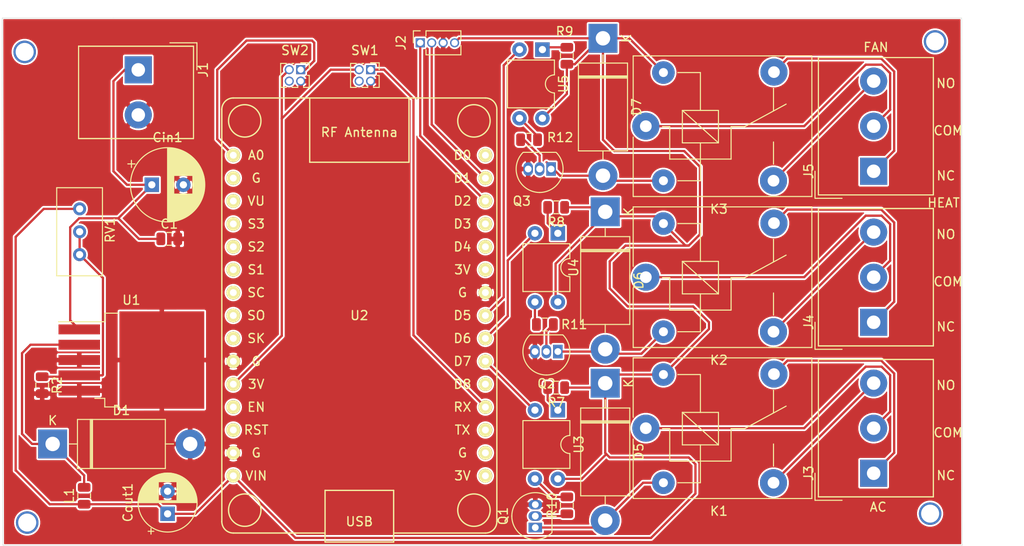
<source format=kicad_pcb>
(kicad_pcb (version 20171130) (host pcbnew "(5.1.6)-1")
  (layers (0 F.Cu signal) (31 B.Cu signal) (34 B.Paste user) (35 F.Paste user) (36 B.SilkS user) (37 F.SilkS user) (38 B.Mask user) (39 F.Mask user) (44 Edge.Cuts user))
  (net 0 "")
  (net 1 VIN_WIRE)
  (net 2 GND)
  (net 3 VCC)
  (net 4 "Net-(D1-Pad1)")
  (net 5 relay_ac)
  (net 6 relay_heat)
  (net 7 relay_fan)
  (net 8 "Net-(D5-Pad2)")
  (net 9 "Net-(D6-Pad2)")
  (net 10 "Net-(D7-Pad2)")
  (net 11 SCL)
  (net 12 SDA)
  (net 13 "Net-(J3-Pad1)")
  (net 14 "Net-(J3-Pad2)")
  (net 15 "Net-(J3-Pad3)")
  (net 16 "Net-(J4-Pad3)")
  (net 17 "Net-(J4-Pad2)")
  (net 18 "Net-(J4-Pad1)")
  (net 19 "Net-(J5-Pad1)")
  (net 20 "Net-(J5-Pad2)")
  (net 21 "Net-(J5-Pad3)")
  (net 22 "Net-(Q1-Pad2)")
  (net 23 "Net-(Q2-Pad2)")
  (net 24 "Net-(Q3-Pad2)")
  (net 25 "Net-(R2-Pad1)")
  (net 26 "Net-(R7-Pad2)")
  (net 27 "Net-(R8-Pad2)")
  (net 28 "Net-(R9-Pad2)")
  (net 29 "Net-(R10-Pad2)")
  (net 30 "Net-(R11-Pad2)")
  (net 31 "Net-(R12-Pad2)")
  (net 32 "Net-(U2-Pad2)")
  (net 33 "Net-(U2-Pad16)")
  (net 34 "Net-(U2-Pad17)")
  (net 35 "Net-(U2-Pad18)")
  (net 36 "Net-(U2-Pad20)")
  (net 37 "Net-(U2-Pad30)")
  (net 38 "Net-(U2-Pad27)")
  (net 39 "Net-(U2-Pad26)")
  (net 40 "Net-(U2-Pad25)")
  (net 41 "Net-(U2-Pad13)")
  (net 42 "Net-(U2-Pad12)")
  (net 43 "Net-(U2-Pad9)")
  (net 44 "Net-(U2-Pad8)")
  (net 45 "Net-(U2-Pad7)")
  (net 46 "Net-(U2-Pad6)")
  (net 47 "Net-(U2-Pad5)")
  (net 48 "Net-(U2-Pad4)")
  (net 49 "Net-(U2-Pad3)")
  (net 50 CHNGE_BUTTON)
  (net 51 SEL_BUTTON)
  (net 52 "Net-(SW1-Pad4)")
  (net 53 +3V3)
  (net 54 "Net-(SW2-Pad4)")
  (module "ESP8266:NodeMCU1.0(12-E)" (layer F.Cu) (at 159.5 72)
    (fp_text reference U2 (at 0 0) (layer F.SilkS))
    (fp_text value "NodeMCU_1.0_(ESP-12E)")
    (fp_text user D0 (at 11.43 -17.78) (layer F.SilkS))
    (fp_text user D1 (at 11.43 -15.24) (layer F.SilkS))
    (fp_text user D2 (at 11.43 -12.7) (layer F.SilkS))
    (fp_text user D3 (at 11.43 -10.16) (layer F.SilkS))
    (fp_text user D4 (at 11.43 -7.62) (layer F.SilkS))
    (fp_text user 3V (at 11.43 -5.08) (layer F.SilkS))
    (fp_text user G (at 11.43 -2.54) (layer F.SilkS))
    (fp_text user D5 (at 11.43 0) (layer F.SilkS))
    (fp_text user D6 (at 11.43 2.54) (layer F.SilkS))
    (fp_text user D7 (at 11.43 5.08) (layer F.SilkS))
    (fp_text user D8 (at 11.43 7.62) (layer F.SilkS))
    (fp_text user RX (at 11.43 10.16) (layer F.SilkS))
    (fp_text user TX (at 11.43 12.7) (layer F.SilkS))
    (fp_text user G (at 11.43 15.24) (layer F.SilkS))
    (fp_text user 3V (at 11.43 17.78) (layer F.SilkS))
    (fp_text user A0 (at -11.43 -17.78) (layer F.SilkS))
    (fp_text user G (at -11.43 -15.24) (layer F.SilkS))
    (fp_text user VU (at -11.43 -12.7) (layer F.SilkS))
    (fp_text user S3 (at -11.43 -10.16) (layer F.SilkS))
    (fp_text user S2 (at -11.43 -7.62) (layer F.SilkS))
    (fp_text user S1 (at -11.43 -5.08) (layer F.SilkS))
    (fp_text user SC (at -11.43 -2.54) (layer F.SilkS))
    (fp_text user SO (at -11.43 0) (layer F.SilkS))
    (fp_text user SK (at -11.43 2.54) (layer F.SilkS))
    (fp_text user G (at -11.43 5.08) (layer F.SilkS))
    (fp_text user 3V (at -11.43 7.62) (layer F.SilkS))
    (fp_text user EN (at -11.43 10.16) (layer F.SilkS))
    (fp_text user RST (at -11.43 12.7) (layer F.SilkS))
    (fp_text user G (at -11.43 15.24) (layer F.SilkS))
    (fp_text user VIN (at -11.43 17.78) (layer F.SilkS))
    (fp_text user "RF Antenna" (at 0 -20.32) (layer F.SilkS))
    (fp_text user USB (at 0 22.86) (layer F.SilkS))
    (pad 30 thru_hole circle (at 13.97 -17.78) (size 1.524 1.524) (drill 0.762) (layers *.Cu *.Mask F.SilkS) (net 37 "Net-(U2-Pad30)"))
    (pad 29 thru_hole circle (at 13.97 -15.24) (size 1.524 1.524) (drill 0.762) (layers *.Cu *.Mask F.SilkS) (net 11 SCL))
    (pad 28 thru_hole circle (at 13.97 -12.7) (size 1.524 1.524) (drill 0.762) (layers *.Cu *.Mask F.SilkS) (net 12 SDA))
    (pad 27 thru_hole circle (at 13.97 -10.16) (size 1.524 1.524) (drill 0.762) (layers *.Cu *.Mask F.SilkS) (net 38 "Net-(U2-Pad27)"))
    (pad 26 thru_hole circle (at 13.97 -7.62) (size 1.524 1.524) (drill 0.762) (layers *.Cu *.Mask F.SilkS) (net 39 "Net-(U2-Pad26)"))
    (pad 25 thru_hole circle (at 13.97 -5.08) (size 1.524 1.524) (drill 0.762) (layers *.Cu *.Mask F.SilkS) (net 40 "Net-(U2-Pad25)"))
    (pad 24 thru_hole circle (at 13.97 -2.54) (size 1.524 1.524) (drill 0.762) (layers *.Cu *.Mask F.SilkS) (net 2 GND))
    (pad 23 thru_hole circle (at 13.97 0) (size 1.524 1.524) (drill 0.762) (layers *.Cu *.Mask F.SilkS) (net 7 relay_fan))
    (pad 22 thru_hole circle (at 13.97 2.54) (size 1.524 1.524) (drill 0.762) (layers *.Cu *.Mask F.SilkS) (net 6 relay_heat))
    (pad 21 thru_hole circle (at 13.97 5.08) (size 1.524 1.524) (drill 0.762) (layers *.Cu *.Mask F.SilkS) (net 5 relay_ac))
    (pad 20 thru_hole circle (at 13.97 7.62) (size 1.524 1.524) (drill 0.762) (layers *.Cu *.Mask F.SilkS) (net 36 "Net-(U2-Pad20)"))
    (pad 19 thru_hole circle (at 13.97 10.16) (size 1.524 1.524) (drill 0.762) (layers *.Cu *.Mask F.SilkS) (net 51 SEL_BUTTON))
    (pad 18 thru_hole circle (at 13.97 12.7) (size 1.524 1.524) (drill 0.762) (layers *.Cu *.Mask F.SilkS) (net 35 "Net-(U2-Pad18)"))
    (pad 17 thru_hole circle (at 13.97 15.24) (size 1.524 1.524) (drill 0.762) (layers *.Cu *.Mask F.SilkS) (net 34 "Net-(U2-Pad17)"))
    (pad 16 thru_hole circle (at 13.97 17.78) (size 1.524 1.524) (drill 0.762) (layers *.Cu *.Mask F.SilkS) (net 33 "Net-(U2-Pad16)"))
    (pad 15 thru_hole circle (at -13.97 17.78) (size 1.524 1.524) (drill 0.762) (layers *.Cu *.Mask F.SilkS) (net 3 VCC))
    (pad 14 thru_hole circle (at -13.97 15.24) (size 1.524 1.524) (drill 0.762) (layers *.Cu *.Mask F.SilkS) (net 2 GND))
    (pad 13 thru_hole circle (at -13.97 12.7) (size 1.524 1.524) (drill 0.762) (layers *.Cu *.Mask F.SilkS) (net 41 "Net-(U2-Pad13)"))
    (pad 12 thru_hole circle (at -13.97 10.16) (size 1.524 1.524) (drill 0.762) (layers *.Cu *.Mask F.SilkS) (net 42 "Net-(U2-Pad12)"))
    (pad 11 thru_hole circle (at -13.97 7.62) (size 1.524 1.524) (drill 0.762) (layers *.Cu *.Mask F.SilkS) (net 53 +3V3))
    (pad 10 thru_hole circle (at -13.97 5.08) (size 1.524 1.524) (drill 0.762) (layers *.Cu *.Mask F.SilkS) (net 2 GND))
    (pad 9 thru_hole circle (at -13.97 2.54) (size 1.524 1.524) (drill 0.762) (layers *.Cu *.Mask F.SilkS) (net 43 "Net-(U2-Pad9)"))
    (pad 8 thru_hole circle (at -13.97 0) (size 1.524 1.524) (drill 0.762) (layers *.Cu *.Mask F.SilkS) (net 44 "Net-(U2-Pad8)"))
    (pad 7 thru_hole circle (at -13.97 -2.54) (size 1.524 1.524) (drill 0.762) (layers *.Cu *.Mask F.SilkS) (net 45 "Net-(U2-Pad7)"))
    (pad 6 thru_hole circle (at -13.97 -5.08) (size 1.524 1.524) (drill 0.762) (layers *.Cu *.Mask F.SilkS) (net 46 "Net-(U2-Pad6)"))
    (pad 5 thru_hole circle (at -13.97 -7.62) (size 1.524 1.524) (drill 0.762) (layers *.Cu *.Mask F.SilkS) (net 47 "Net-(U2-Pad5)"))
    (pad 4 thru_hole circle (at -13.97 -10.16) (size 1.524 1.524) (drill 0.762) (layers *.Cu *.Mask F.SilkS) (net 48 "Net-(U2-Pad4)"))
    (pad 3 thru_hole circle (at -13.97 -12.7) (size 1.524 1.524) (drill 0.762) (layers *.Cu *.Mask F.SilkS) (net 49 "Net-(U2-Pad3)"))
    (pad 2 thru_hole circle (at -13.97 -15.24) (size 1.524 1.524) (drill 0.762) (layers *.Cu *.Mask F.SilkS) (net 32 "Net-(U2-Pad2)"))
    (pad 1 thru_hole circle (at -13.97 -17.78) (size 1.524 1.524) (drill 0.762) (layers *.Cu *.Mask F.SilkS) (net 50 CHNGE_BUTTON))
  )
  (module Connector_PinSocket_1.27mm:PinSocket_1x04_P1.27mm_Vertical (layer F.Cu) (at 166.25 41.75 90)
    (fp_text reference J2 (at 0 -2.135 90) (layer F.SilkS))
    (fp_text value Conn_01x04)
    (pad 4 thru_hole oval (at 0 3.81 90) (size 1 1) (drill 0.7) (layers *.Cu *.Mask) (net 3 VCC))
    (pad 3 thru_hole oval (at 0 2.54 90) (size 1 1) (drill 0.7) (layers *.Cu *.Mask) (net 2 GND))
    (pad 2 thru_hole oval (at 0 1.27 90) (size 1 1) (drill 0.7) (layers *.Cu *.Mask) (net 11 SCL))
    (pad 1 thru_hole rect (at 0 0 90) (size 1 1) (drill 0.7) (layers *.Cu *.Mask) (net 12 SDA))
  )
  (module Package_TO_SOT_SMD:TO-263-5_TabPin3 (layer F.Cu) (at 134.235 76.942)
    (fp_text reference U1 (at 0 -6.65) (layer F.SilkS))
    (fp_text value LM2596S-ADJ)
    (pad 1 smd rect (at -5.775 -3.4) (size 4.6 1.1) (layers F.Cu F.Paste F.Mask) (net 1 VIN_WIRE))
    (pad 2 smd rect (at -5.775 -1.7) (size 4.6 1.1) (layers F.Cu F.Paste F.Mask) (net 4 "Net-(D1-Pad1)"))
    (pad 3 smd rect (at -5.775 0) (size 4.6 1.1) (layers F.Cu F.Paste F.Mask) (net 2 GND))
    (pad 4 smd rect (at -5.775 1.7) (size 4.6 1.1) (layers F.Cu F.Paste F.Mask) (net 25 "Net-(R2-Pad1)"))
    (pad 5 smd rect (at -5.775 3.4) (size 4.6 1.1) (layers F.Cu F.Paste F.Mask) (net 2 GND))
    (pad 3 smd rect (at 3.375 0) (size 9.4 10.8) (layers F.Cu F.Mask) (net 2 GND))
  )
  (module TerminalBlock_Altech:Altech_AK300_1x02_P5.00mm_45-Degree (layer F.Cu) (at 135 44.75 270)
    (fp_text reference J1 (at 0 -7.2 90) (layer F.SilkS))
    (fp_text value Screw_Terminal_01x02)
    (pad 1 thru_hole rect (at 0 0 270) (size 3 3) (drill 1.5) (layers *.Cu *.Mask) (net 1 VIN_WIRE))
    (pad 2 thru_hole circle (at 5 0 270) (size 3 3) (drill 1.5) (layers *.Cu *.Mask) (net 2 GND))
  )
  (module Capacitor_SMD:C_0805_2012Metric (layer F.Cu) (at 138.4375 63.5)
    (fp_text reference C1 (at 0 -1.65) (layer F.SilkS))
    (fp_text value 100n)
    (pad 1 smd roundrect (at -0.9375 0) (size 0.975 1.4) (layers F.Cu F.Paste F.Mask) (net 1 VIN_WIRE))
    (pad 2 smd roundrect (at 0.9375 0) (size 0.975 1.4) (layers F.Cu F.Paste F.Mask) (net 2 GND))
  )
  (module Diode_THT:D_DO-201AD_P15.24mm_Horizontal (layer F.Cu) (at 125.51 86.25)
    (fp_text reference D1 (at 7.62 -3.72) (layer F.SilkS))
    (fp_text value 1N5822)
    (fp_text user K (at 0 -2.6) (layer F.SilkS))
    (pad 2 thru_hole oval (at 15.24 0) (size 3.2 3.2) (drill 1.6) (layers *.Cu *.Mask) (net 2 GND))
    (pad 1 thru_hole rect (at 0 0) (size 3.2 3.2) (drill 1.6) (layers *.Cu *.Mask) (net 4 "Net-(D1-Pad1)"))
  )
  (module Diode_THT:D_DO-201AD_P15.24mm_Horizontal (layer F.Cu) (at 186.75 79.51 270)
    (fp_text reference D5 (at 7.62 -3.72 90) (layer F.SilkS))
    (fp_text value 1N5822)
    (fp_text user K (at 0 -2.6 90) (layer F.SilkS))
    (pad 2 thru_hole oval (at 15.24 0 270) (size 3.2 3.2) (drill 1.6) (layers *.Cu *.Mask) (net 8 "Net-(D5-Pad2)"))
    (pad 1 thru_hole rect (at 0 0 270) (size 3.2 3.2) (drill 1.6) (layers *.Cu *.Mask) (net 3 VCC))
  )
  (module Diode_THT:D_DO-201AD_P15.24mm_Horizontal (layer F.Cu) (at 186.75 60.5 270)
    (fp_text reference D6 (at 7.62 -3.72 90) (layer F.SilkS))
    (fp_text value 1N5822)
    (fp_text user K (at 0 -2.6 90) (layer F.SilkS))
    (pad 2 thru_hole oval (at 15.24 0 270) (size 3.2 3.2) (drill 1.6) (layers *.Cu *.Mask) (net 9 "Net-(D6-Pad2)"))
    (pad 1 thru_hole rect (at 0 0 270) (size 3.2 3.2) (drill 1.6) (layers *.Cu *.Mask) (net 3 VCC))
  )
  (module Diode_THT:D_DO-201AD_P15.24mm_Horizontal (layer F.Cu) (at 186.5 41.25 270)
    (fp_text reference D7 (at 7.62 -3.72 90) (layer F.SilkS))
    (fp_text value 1N5822)
    (fp_text user K (at 0 -2.6 90) (layer F.SilkS))
    (pad 1 thru_hole rect (at 0 0 270) (size 3.2 3.2) (drill 1.6) (layers *.Cu *.Mask) (net 3 VCC))
    (pad 2 thru_hole oval (at 15.24 0 270) (size 3.2 3.2) (drill 1.6) (layers *.Cu *.Mask) (net 10 "Net-(D7-Pad2)"))
  )
  (module TerminalBlock_Altech:Altech_AK300_1x03_P5.00mm_45-Degree (layer F.Cu) (at 216.5 89.5 90)
    (fp_text reference J3 (at 0 -7.2 90) (layer F.SilkS))
    (fp_text value Screw_Terminal_01x03)
    (pad 1 thru_hole rect (at 0 0 90) (size 3 3) (drill 1.5) (layers *.Cu *.Mask) (net 13 "Net-(J3-Pad1)"))
    (pad 2 thru_hole circle (at 5 0 90) (size 3 3) (drill 1.5) (layers *.Cu *.Mask) (net 14 "Net-(J3-Pad2)"))
    (pad 3 thru_hole circle (at 10 0 90) (size 3 3) (drill 1.5) (layers *.Cu *.Mask) (net 15 "Net-(J3-Pad3)"))
  )
  (module TerminalBlock_Altech:Altech_AK300_1x03_P5.00mm_45-Degree (layer F.Cu) (at 216.5 72.75 90)
    (fp_text reference J4 (at 0 -7.2 90) (layer F.SilkS))
    (fp_text value Screw_Terminal_01x03)
    (pad 1 thru_hole rect (at 0 0 90) (size 3 3) (drill 1.5) (layers *.Cu *.Mask) (net 18 "Net-(J4-Pad1)"))
    (pad 2 thru_hole circle (at 5 0 90) (size 3 3) (drill 1.5) (layers *.Cu *.Mask) (net 17 "Net-(J4-Pad2)"))
    (pad 3 thru_hole circle (at 10 0 90) (size 3 3) (drill 1.5) (layers *.Cu *.Mask) (net 16 "Net-(J4-Pad3)"))
  )
  (module TerminalBlock_Altech:Altech_AK300_1x03_P5.00mm_45-Degree (layer F.Cu) (at 216.5 56 90)
    (fp_text reference J5 (at 0 -7.2 90) (layer F.SilkS))
    (fp_text value Screw_Terminal_01x03)
    (pad 1 thru_hole rect (at 0 0 90) (size 3 3) (drill 1.5) (layers *.Cu *.Mask) (net 19 "Net-(J5-Pad1)"))
    (pad 2 thru_hole circle (at 5 0 90) (size 3 3) (drill 1.5) (layers *.Cu *.Mask) (net 20 "Net-(J5-Pad2)"))
    (pad 3 thru_hole circle (at 10 0 90) (size 3 3) (drill 1.5) (layers *.Cu *.Mask) (net 21 "Net-(J5-Pad3)"))
  )
  (module Relay_THT:Relay_SPDT_SANYOU_SRD_Series_Form_C (layer F.Cu) (at 191.25 84.5)
    (fp_text reference K1 (at 8.1 9.2) (layer F.SilkS))
    (fp_text value "ac relay")
    (pad 1 thru_hole circle (at 0 0 90) (size 3 3) (drill 1.3) (layers *.Cu *.Mask) (net 14 "Net-(J3-Pad2)"))
    (pad 5 thru_hole circle (at 1.95 -5.95 90) (size 2.5 2.5) (drill 1) (layers *.Cu *.Mask) (net 3 VCC))
    (pad 4 thru_hole circle (at 14.2 -6 90) (size 3 3) (drill 1.3) (layers *.Cu *.Mask) (net 13 "Net-(J3-Pad1)"))
    (pad 3 thru_hole circle (at 14.15 6.05 90) (size 3 3) (drill 1.3) (layers *.Cu *.Mask) (net 15 "Net-(J3-Pad3)"))
    (pad 2 thru_hole circle (at 1.95 6.05 90) (size 2.5 2.5) (drill 1) (layers *.Cu *.Mask) (net 8 "Net-(D5-Pad2)"))
  )
  (module Relay_THT:Relay_SPDT_SANYOU_SRD_Series_Form_C (layer F.Cu) (at 191.25 67.75)
    (fp_text reference K2 (at 8.1 9.2) (layer F.SilkS))
    (fp_text value "heat relay")
    (pad 1 thru_hole circle (at 0 0 90) (size 3 3) (drill 1.3) (layers *.Cu *.Mask) (net 17 "Net-(J4-Pad2)"))
    (pad 5 thru_hole circle (at 1.95 -5.95 90) (size 2.5 2.5) (drill 1) (layers *.Cu *.Mask) (net 3 VCC))
    (pad 4 thru_hole circle (at 14.2 -6 90) (size 3 3) (drill 1.3) (layers *.Cu *.Mask) (net 18 "Net-(J4-Pad1)"))
    (pad 3 thru_hole circle (at 14.15 6.05 90) (size 3 3) (drill 1.3) (layers *.Cu *.Mask) (net 16 "Net-(J4-Pad3)"))
    (pad 2 thru_hole circle (at 1.95 6.05 90) (size 2.5 2.5) (drill 1) (layers *.Cu *.Mask) (net 9 "Net-(D6-Pad2)"))
  )
  (module Relay_THT:Relay_SPDT_SANYOU_SRD_Series_Form_C (layer F.Cu) (at 191.25 51)
    (fp_text reference K3 (at 8.1 9.2) (layer F.SilkS))
    (fp_text value "fan relay")
    (pad 2 thru_hole circle (at 1.95 6.05 90) (size 2.5 2.5) (drill 1) (layers *.Cu *.Mask) (net 10 "Net-(D7-Pad2)"))
    (pad 3 thru_hole circle (at 14.15 6.05 90) (size 3 3) (drill 1.3) (layers *.Cu *.Mask) (net 21 "Net-(J5-Pad3)"))
    (pad 4 thru_hole circle (at 14.2 -6 90) (size 3 3) (drill 1.3) (layers *.Cu *.Mask) (net 19 "Net-(J5-Pad1)"))
    (pad 5 thru_hole circle (at 1.95 -5.95 90) (size 2.5 2.5) (drill 1) (layers *.Cu *.Mask) (net 3 VCC))
    (pad 1 thru_hole circle (at 0 0 90) (size 3 3) (drill 1.3) (layers *.Cu *.Mask) (net 20 "Net-(J5-Pad2)"))
  )
  (module Inductor_SMD:L_0805_2012Metric (layer F.Cu) (at 129 92 90)
    (fp_text reference L1 (at 0 -1.65 90) (layer F.SilkS))
    (fp_text value 330uH)
    (pad 1 smd roundrect (at -0.9375 0 90) (size 0.975 1.4) (layers F.Cu F.Paste F.Mask) (net 3 VCC))
    (pad 2 smd roundrect (at 0.9375 0 90) (size 0.975 1.4) (layers F.Cu F.Paste F.Mask) (net 4 "Net-(D1-Pad1)"))
  )
  (module Package_TO_SOT_THT:TO-92_Inline (layer F.Cu) (at 179 95.52 90)
    (fp_text reference Q1 (at 1.27 -3.56 90) (layer F.SilkS))
    (fp_text value BC337)
    (pad 2 thru_hole oval (at 1.27 0 90) (size 1.05 1.5) (drill 0.75) (layers *.Cu *.Mask) (net 22 "Net-(Q1-Pad2)"))
    (pad 3 thru_hole oval (at 2.54 0 90) (size 1.05 1.5) (drill 0.75) (layers *.Cu *.Mask) (net 2 GND))
    (pad 1 thru_hole rect (at 0 0 90) (size 1.05 1.5) (drill 0.75) (layers *.Cu *.Mask) (net 8 "Net-(D5-Pad2)"))
  )
  (module Package_TO_SOT_THT:TO-92_Inline (layer F.Cu) (at 181.5 76 180)
    (fp_text reference Q2 (at 1.27 -3.56) (layer F.SilkS))
    (fp_text value BC337)
    (pad 2 thru_hole oval (at 1.27 0 180) (size 1.05 1.5) (drill 0.75) (layers *.Cu *.Mask) (net 23 "Net-(Q2-Pad2)"))
    (pad 3 thru_hole oval (at 2.54 0 180) (size 1.05 1.5) (drill 0.75) (layers *.Cu *.Mask) (net 2 GND))
    (pad 1 thru_hole rect (at 0 0 180) (size 1.05 1.5) (drill 0.75) (layers *.Cu *.Mask) (net 9 "Net-(D6-Pad2)"))
  )
  (module Package_TO_SOT_THT:TO-92_Inline (layer F.Cu) (at 180.75 55.75 180)
    (fp_text reference Q3 (at 3.25 -3.56) (layer F.SilkS))
    (fp_text value BC337)
    (pad 1 thru_hole rect (at 0 0 180) (size 1.05 1.5) (drill 0.75) (layers *.Cu *.Mask) (net 10 "Net-(D7-Pad2)"))
    (pad 3 thru_hole oval (at 2.54 0 180) (size 1.05 1.5) (drill 0.75) (layers *.Cu *.Mask) (net 2 GND))
    (pad 2 thru_hole oval (at 1.27 0 180) (size 1.05 1.5) (drill 0.75) (layers *.Cu *.Mask) (net 24 "Net-(Q3-Pad2)"))
  )
  (module Resistor_SMD:R_0805_2012Metric (layer F.Cu) (at 124.35 79.7275 270)
    (fp_text reference R2 (at 0 -1.65 90) (layer F.SilkS))
    (fp_text value 330)
    (pad 2 smd roundrect (at 0.9375 0 270) (size 0.975 1.4) (layers F.Cu F.Paste F.Mask) (net 2 GND))
    (pad 1 smd roundrect (at -0.9375 0 270) (size 0.975 1.4) (layers F.Cu F.Paste F.Mask) (net 25 "Net-(R2-Pad1)"))
  )
  (module Resistor_SMD:R_0805_2012Metric (layer F.Cu) (at 181.3125 80 180)
    (fp_text reference R7 (at 0 -1.65) (layer F.SilkS))
    (fp_text value 1k)
    (pad 1 smd roundrect (at -0.9375 0 180) (size 0.975 1.4) (layers F.Cu F.Paste F.Mask) (net 3 VCC))
    (pad 2 smd roundrect (at 0.9375 0 180) (size 0.975 1.4) (layers F.Cu F.Paste F.Mask) (net 26 "Net-(R7-Pad2)"))
  )
  (module Resistor_SMD:R_0805_2012Metric (layer F.Cu) (at 181.3125 60 180)
    (fp_text reference R8 (at 0 -1.65) (layer F.SilkS))
    (fp_text value 1k)
    (pad 1 smd roundrect (at -0.9375 0 180) (size 0.975 1.4) (layers F.Cu F.Paste F.Mask) (net 3 VCC))
    (pad 2 smd roundrect (at 0.9375 0 180) (size 0.975 1.4) (layers F.Cu F.Paste F.Mask) (net 27 "Net-(R8-Pad2)"))
  )
  (module Resistor_SMD:R_0805_2012Metric (layer F.Cu) (at 182.5 43.1875 90)
    (fp_text reference R9 (at 2.6875 -0.25 180) (layer F.SilkS))
    (fp_text value 1k)
    (pad 2 smd roundrect (at 0.9375 0 90) (size 0.975 1.4) (layers F.Cu F.Paste F.Mask) (net 28 "Net-(R9-Pad2)"))
    (pad 1 smd roundrect (at -0.9375 0 90) (size 0.975 1.4) (layers F.Cu F.Paste F.Mask) (net 3 VCC))
  )
  (module Resistor_SMD:R_0805_2012Metric (layer F.Cu) (at 182.5 93.0625 90)
    (fp_text reference R10 (at 0 -1.65 90) (layer F.SilkS))
    (fp_text value 510)
    (pad 2 smd roundrect (at 0.9375 0 90) (size 0.975 1.4) (layers F.Cu F.Paste F.Mask) (net 29 "Net-(R10-Pad2)"))
    (pad 1 smd roundrect (at -0.9375 0 90) (size 0.975 1.4) (layers F.Cu F.Paste F.Mask) (net 22 "Net-(Q1-Pad2)"))
  )
  (module Resistor_SMD:R_0805_2012Metric (layer F.Cu) (at 180.0625 73 180)
    (fp_text reference R11 (at -3.25 0) (layer F.SilkS))
    (fp_text value 510)
    (pad 2 smd roundrect (at 0.9375 0 180) (size 0.975 1.4) (layers F.Cu F.Paste F.Mask) (net 30 "Net-(R11-Pad2)"))
    (pad 1 smd roundrect (at -0.9375 0 180) (size 0.975 1.4) (layers F.Cu F.Paste F.Mask) (net 23 "Net-(Q2-Pad2)"))
  )
  (module Resistor_SMD:R_0805_2012Metric (layer F.Cu) (at 178.3125 52.5)
    (fp_text reference R12 (at 3.4375 -0.25) (layer F.SilkS))
    (fp_text value 510)
    (pad 1 smd roundrect (at -0.9375 0) (size 0.975 1.4) (layers F.Cu F.Paste F.Mask) (net 24 "Net-(Q3-Pad2)"))
    (pad 2 smd roundrect (at 0.9375 0) (size 0.975 1.4) (layers F.Cu F.Paste F.Mask) (net 31 "Net-(R12-Pad2)"))
  )
  (module Potentiometer_THT:Potentiometer_Bourns_3296W_Vertical (layer F.Cu) (at 128.5 65.25 270)
    (fp_text reference RV1 (at -2.715 -3.375 90) (layer F.SilkS))
    (fp_text value 10k)
    (pad 3 thru_hole circle (at -5.08 0 270) (size 1.44 1.44) (drill 0.8) (layers *.Cu *.Mask) (net 3 VCC))
    (pad 2 thru_hole circle (at -2.54 0 270) (size 1.44 1.44) (drill 0.8) (layers *.Cu *.Mask) (net 25 "Net-(R2-Pad1)"))
    (pad 1 thru_hole circle (at 0 0 270) (size 1.44 1.44) (drill 0.8) (layers *.Cu *.Mask) (net 25 "Net-(R2-Pad1)"))
  )
  (module Package_DIP:DIP-4_W7.62mm (layer F.Cu) (at 181.5 82.5 270)
    (fp_text reference U3 (at 3.81 -2.33 90) (layer F.SilkS))
    (fp_text value PC817)
    (pad 4 thru_hole oval (at 7.62 0 270) (size 1.6 1.6) (drill 0.8) (layers *.Cu *.Mask) (net 3 VCC))
    (pad 2 thru_hole oval (at 0 2.54 270) (size 1.6 1.6) (drill 0.8) (layers *.Cu *.Mask) (net 5 relay_ac))
    (pad 3 thru_hole oval (at 7.62 2.54 270) (size 1.6 1.6) (drill 0.8) (layers *.Cu *.Mask) (net 29 "Net-(R10-Pad2)"))
    (pad 1 thru_hole rect (at 0 0 270) (size 1.6 1.6) (drill 0.8) (layers *.Cu *.Mask) (net 26 "Net-(R7-Pad2)"))
  )
  (module Package_DIP:DIP-4_W7.62mm (layer F.Cu) (at 181.5 62.88 270)
    (fp_text reference U4 (at 3.81 -1.75 90) (layer F.SilkS))
    (fp_text value PC817)
    (pad 1 thru_hole rect (at 0 0 270) (size 1.6 1.6) (drill 0.8) (layers *.Cu *.Mask) (net 27 "Net-(R8-Pad2)"))
    (pad 3 thru_hole oval (at 7.62 2.54 270) (size 1.6 1.6) (drill 0.8) (layers *.Cu *.Mask) (net 30 "Net-(R11-Pad2)"))
    (pad 2 thru_hole oval (at 0 2.54 270) (size 1.6 1.6) (drill 0.8) (layers *.Cu *.Mask) (net 6 relay_heat))
    (pad 4 thru_hole oval (at 7.62 0 270) (size 1.6 1.6) (drill 0.8) (layers *.Cu *.Mask) (net 3 VCC))
  )
  (module Package_DIP:DIP-4_W7.62mm (layer F.Cu) (at 179.79 42.5 270)
    (fp_text reference U5 (at 3.81 -2.33 90) (layer F.SilkS))
    (fp_text value PC817)
    (pad 1 thru_hole rect (at 0 0 270) (size 1.6 1.6) (drill 0.8) (layers *.Cu *.Mask) (net 28 "Net-(R9-Pad2)"))
    (pad 3 thru_hole oval (at 7.62 2.54 270) (size 1.6 1.6) (drill 0.8) (layers *.Cu *.Mask) (net 31 "Net-(R12-Pad2)"))
    (pad 2 thru_hole oval (at 0 2.54 270) (size 1.6 1.6) (drill 0.8) (layers *.Cu *.Mask) (net 7 relay_fan))
    (pad 4 thru_hole oval (at 7.62 0 270) (size 1.6 1.6) (drill 0.8) (layers *.Cu *.Mask) (net 3 VCC))
  )
  (module Capacitor_THT:CP_Radial_D8.0mm_P3.50mm (layer F.Cu) (at 136.5 57.5)
    (fp_text reference Cin1 (at 1.75 -5.25) (layer F.SilkS))
    (fp_text value 100uF)
    (pad 1 thru_hole rect (at 0 0) (size 1.6 1.6) (drill 0.8) (layers *.Cu *.Mask) (net 1 VIN_WIRE))
    (pad 2 thru_hole circle (at 3.5 0) (size 1.6 1.6) (drill 0.8) (layers *.Cu *.Mask) (net 2 GND))
  )
  (module Capacitor_THT:CP_Radial_D6.3mm_P2.50mm (layer F.Cu) (at 138.25 94 90)
    (fp_text reference Cout1 (at 1.25 -4.4 90) (layer F.SilkS))
    (fp_text value 220uF)
    (pad 1 thru_hole rect (at 0 0 90) (size 1.6 1.6) (drill 0.8) (layers *.Cu *.Mask) (net 3 VCC))
    (pad 2 thru_hole circle (at 2.5 0 90) (size 1.6 1.6) (drill 0.8) (layers *.Cu *.Mask) (net 2 GND))
  )
  (module Connector_PinSocket_1.27mm:PinSocket_2x02_P1.27mm_Vertical (layer F.Cu) (at 160.75 44.73)
    (fp_text reference SW1 (at -0.635 -2.135) (layer F.SilkS))
    (fp_text value SW_Push_Dual)
    (pad 4 thru_hole oval (at -1.27 1.27) (size 1 1) (drill 0.7) (layers *.Cu *.Mask) (net 52 "Net-(SW1-Pad4)"))
    (pad 3 thru_hole oval (at 0 1.27) (size 1 1) (drill 0.7) (layers *.Cu *.Mask) (net 2 GND))
    (pad 2 thru_hole oval (at -1.27 0) (size 1 1) (drill 0.7) (layers *.Cu *.Mask) (net 53 +3V3))
    (pad 1 thru_hole rect (at 0 0) (size 1 1) (drill 0.7) (layers *.Cu *.Mask) (net 51 SEL_BUTTON))
  )
  (module Connector_PinSocket_1.27mm:PinSocket_2x02_P1.27mm_Vertical (layer F.Cu) (at 153 44.73)
    (fp_text reference SW2 (at -0.635 -2.135) (layer F.SilkS))
    (fp_text value SW_Push_Dual)
    (pad 1 thru_hole rect (at 0 0) (size 1 1) (drill 0.7) (layers *.Cu *.Mask) (net 50 CHNGE_BUTTON))
    (pad 2 thru_hole oval (at -1.27 0) (size 1 1) (drill 0.7) (layers *.Cu *.Mask) (net 53 +3V3))
    (pad 3 thru_hole oval (at 0 1.27) (size 1 1) (drill 0.7) (layers *.Cu *.Mask) (net 2 GND))
    (pad 4 thru_hole oval (at -1.27 1.27) (size 1 1) (drill 0.7) (layers *.Cu *.Mask) (net 54 "Net-(SW2-Pad4)"))
  )
  (gr_line (start 132.332239 97.485695) (end 120 97.485695) (layer Edge.Cuts) (width 0.05))
  (gr_line (start 132.25 39) (end 119.917761 39) (layer Edge.Cuts) (width 0.05))
  (gr_text AC (at 217 93.25) (layer F.SilkS) (effects (font (size 1 1))))
  (gr_text HEAT (at 224.25 59.5) (layer F.SilkS) (effects (font (size 1 1))))
  (gr_text FAN (at 216.75 42.25) (layer F.SilkS) (effects (font (size 1 1))))
  (gr_text NO (at 224.5 46.25) (layer F.SilkS) (effects (font (size 1 1))))
  (gr_text NO (at 224.5 63) (layer F.SilkS) (effects (font (size 1 1))))
  (gr_text NC (at 224.5 56.5) (layer F.SilkS) (effects (font (size 1 1))))
  (gr_text COM (at 224.75 51.5) (layer F.SilkS) (effects (font (size 1 1))))
  (gr_text COM (at 224.75 68.25) (layer F.SilkS) (effects (font (size 1 1))))
  (gr_text NC (at 224.5 73.25) (layer F.SilkS) (effects (font (size 1 1))))
  (gr_line (start 226.25 39) (end 132.25 39) (layer Edge.Cuts) (width 0.05))
  (gr_line (start 226.332239 97.485695) (end 132.332239 97.485695) (layer Edge.Cuts) (width 0.05))
  (gr_line (start 119.917761 39) (end 120 97.485695) (layer Edge.Cuts) (width 0.05))
  (gr_text COM (at 224.75 85) (layer F.SilkS) (effects (font (size 1 1))))
  (gr_text NO (at 224.5 79.75) (layer F.SilkS) (effects (font (size 1 1))))
  (gr_text NC (at 224.5 89.75) (layer F.SilkS) (effects (font (size 1 1))))
  (gr_line (start 226.25 39) (end 226.332239 97.485695) (layer Edge.Cuts) (width 0.05))
  (via (at 122.41 42.76) (size 2.5) (drill 2) (layers F.Cu B.Cu) (net 0))
  (via (at 122.69 94.97) (size 2.5) (drill 2) (layers F.Cu B.Cu) (net 0))
  (via (at 222.758 93.98) (size 2.5) (drill 2) (layers F.Cu B.Cu) (net 0))
  (via (at 223.31 41.6) (size 2.5) (drill 2) (layers F.Cu B.Cu) (net 0))
  (segment (start 128.46 73.542) (end 128.46 73.392) (width 0.25) (layer F.Cu) (net 1))
  (segment (start 135 44.75) (end 133.5 44.75) (width 0.25) (layer F.Cu) (net 1))
  (segment (start 133.5 44.75) (end 132.25 46) (width 0.25) (layer F.Cu) (net 1))
  (segment (start 132.25 46) (end 132.25 56) (width 0.25) (layer F.Cu) (net 1))
  (segment (start 133.75 57.5) (end 136.5 57.5) (width 0.25) (layer F.Cu) (net 1))
  (segment (start 132.25 56) (end 133 56.75) (width 0.25) (layer F.Cu) (net 1))
  (segment (start 133 56.75) (end 133.75 57.5) (width 0.25) (layer F.Cu) (net 1))
  (segment (start 132.784999 61.215001) (end 136.5 57.5) (width 0.25) (layer F.Cu) (net 1))
  (segment (start 128.448397 61.215001) (end 132.784999 61.215001) (width 0.25) (layer F.Cu) (net 1))
  (segment (start 127.454999 62.208399) (end 128.448397 61.215001) (width 0.25) (layer F.Cu) (net 1))
  (segment (start 127.454999 72.536999) (end 127.454999 62.208399) (width 0.25) (layer F.Cu) (net 1))
  (segment (start 128.46 73.542) (end 127.454999 72.536999) (width 0.25) (layer F.Cu) (net 1))
  (segment (start 135.069998 63.5) (end 132.784999 61.215001) (width 0.25) (layer F.Cu) (net 1))
  (segment (start 137.5 63.5) (end 135.069998 63.5) (width 0.25) (layer F.Cu) (net 1))
  (segment (start 128.01 80.665) (end 128.46 80.215) (width 0.25) (layer F.Cu) (net 2))
  (segment (start 137.61 76.942) (end 134.562 76.942) (width 0.25) (layer F.Cu) (net 2))
  (segment (start 141.27 91.5) (end 145.53 87.24) (width 0.25) (layer F.Cu) (net 2))
  (segment (start 138.25 91.5) (end 141.27 91.5) (width 0.25) (layer F.Cu) (net 2))
  (segment (start 140.75 86.25) (end 141 86.25) (width 0.25) (layer F.Cu) (net 2))
  (segment (start 121.46998 63.226) (end 121.41199 63.28399) (width 0.25) (layer F.Cu) (net 3))
  (segment (start 121.41199 89.19199) (end 121.41199 63.28399) (width 0.25) (layer F.Cu) (net 3))
  (segment (start 189.4 41.25) (end 193.2 45.05) (width 0.25) (layer F.Cu) (net 3))
  (segment (start 186.5 41.25) (end 189.4 41.25) (width 0.25) (layer F.Cu) (net 3))
  (segment (start 186.5 41.25) (end 186.25 41.25) (width 0.25) (layer F.Cu) (net 3))
  (segment (start 183.375 44.125) (end 182.5 44.125) (width 0.25) (layer F.Cu) (net 3))
  (segment (start 186.25 41.25) (end 183.375 44.125) (width 0.25) (layer F.Cu) (net 3))
  (segment (start 182.5 47.41) (end 179.79 50.12) (width 0.25) (layer F.Cu) (net 3))
  (segment (start 182.5 44.125) (end 182.5 47.41) (width 0.25) (layer F.Cu) (net 3))
  (segment (start 179.79 50.12) (end 179.79 50.21) (width 0.25) (layer F.Cu) (net 3))
  (segment (start 187.71 78.55) (end 186.75 79.51) (width 0.25) (layer F.Cu) (net 3))
  (segment (start 193.2 78.55) (end 187.71 78.55) (width 0.25) (layer F.Cu) (net 3))
  (segment (start 187.75 53.75) (end 186.5 52.5) (width 0.25) (layer F.Cu) (net 3))
  (segment (start 195.5 53.75) (end 187.75 53.75) (width 0.25) (layer F.Cu) (net 3))
  (segment (start 186.5 52.5) (end 186.5 41.25) (width 0.25) (layer F.Cu) (net 3))
  (segment (start 189.25 71) (end 187.25 69) (width 0.25) (layer F.Cu) (net 3))
  (segment (start 198.25 72.75) (end 196.5 71) (width 0.25) (layer F.Cu) (net 3))
  (segment (start 197.25 63) (end 197.25 55.5) (width 0.25) (layer F.Cu) (net 3))
  (segment (start 193.2 78.55) (end 198.25 73.5) (width 0.25) (layer F.Cu) (net 3))
  (segment (start 189 64.25) (end 196 64.25) (width 0.25) (layer F.Cu) (net 3))
  (segment (start 198.25 73.5) (end 198.25 72.75) (width 0.25) (layer F.Cu) (net 3))
  (segment (start 196.5 71) (end 189.25 71) (width 0.25) (layer F.Cu) (net 3))
  (segment (start 187.25 69) (end 187.25 66) (width 0.25) (layer F.Cu) (net 3))
  (segment (start 187.25 66) (end 189 64.25) (width 0.25) (layer F.Cu) (net 3))
  (segment (start 197.25 55.5) (end 195.5 53.75) (width 0.25) (layer F.Cu) (net 3))
  (segment (start 196 64.25) (end 197.25 63) (width 0.25) (layer F.Cu) (net 3))
  (segment (start 195.65 64.25) (end 196 64.25) (width 0.25) (layer F.Cu) (net 3))
  (segment (start 193.2 61.8) (end 195.65 64.25) (width 0.25) (layer F.Cu) (net 3))
  (segment (start 186.5 61) (end 181.25 66.25) (width 0.25) (layer F.Cu) (net 3))
  (segment (start 181.25 70.25) (end 181.5 70.5) (width 0.25) (layer F.Cu) (net 3))
  (segment (start 181.25 66.25) (end 181.25 70.25) (width 0.25) (layer F.Cu) (net 3))
  (segment (start 193.2 61.8) (end 192.4 61) (width 0.25) (layer F.Cu) (net 3))
  (segment (start 192.4 61) (end 186.5 61) (width 0.25) (layer F.Cu) (net 3))
  (segment (start 186.25 60) (end 186.75 60.5) (width 0.25) (layer F.Cu) (net 3))
  (segment (start 182.25 60) (end 186.25 60) (width 0.25) (layer F.Cu) (net 3))
  (segment (start 121.41199 89.19199) (end 121.44199 89.19199) (width 0.25) (layer F.Cu) (net 3))
  (segment (start 125.1875 92.9375) (end 129 92.9375) (width 0.25) (layer F.Cu) (net 3))
  (segment (start 121.44199 89.19199) (end 125.1875 92.9375) (width 0.25) (layer F.Cu) (net 3))
  (segment (start 137.1875 92.9375) (end 138.25 94) (width 0.25) (layer F.Cu) (net 3))
  (segment (start 129 92.9375) (end 137.1875 92.9375) (width 0.25) (layer F.Cu) (net 3))
  (segment (start 141.31 94) (end 145.53 89.78) (width 0.25) (layer F.Cu) (net 3))
  (segment (start 138.25 94) (end 141.31 94) (width 0.25) (layer F.Cu) (net 3))
  (segment (start 186.26 80) (end 186.75 79.51) (width 0.25) (layer F.Cu) (net 3))
  (segment (start 182.25 80) (end 186.26 80) (width 0.25) (layer F.Cu) (net 3))
  (segment (start 186.75 83.75) (end 186.75 79.51) (width 0.25) (layer F.Cu) (net 3))
  (segment (start 186.75 87.25) (end 186.75 83.75) (width 0.25) (layer F.Cu) (net 3))
  (segment (start 196 87.75) (end 187.25 87.75) (width 0.25) (layer F.Cu) (net 3))
  (segment (start 152.425001 96.675001) (end 191.824999 96.675001) (width 0.25) (layer F.Cu) (net 3))
  (segment (start 145.53 89.78) (end 152.425001 96.675001) (width 0.25) (layer F.Cu) (net 3))
  (segment (start 191.824999 96.675001) (end 196.75 91.75) (width 0.25) (layer F.Cu) (net 3))
  (segment (start 196.75 91.75) (end 196.75 88.5) (width 0.25) (layer F.Cu) (net 3))
  (segment (start 196.75 88.5) (end 196 87.75) (width 0.25) (layer F.Cu) (net 3))
  (segment (start 184.13 90.12) (end 186.875 87.375) (width 0.25) (layer F.Cu) (net 3))
  (segment (start 181.5 90.12) (end 184.13 90.12) (width 0.25) (layer F.Cu) (net 3))
  (segment (start 187.25 87.75) (end 186.875 87.375) (width 0.25) (layer F.Cu) (net 3))
  (segment (start 186.875 87.375) (end 186.75 87.25) (width 0.25) (layer F.Cu) (net 3))
  (segment (start 124.52598 60.17) (end 121.41199 63.28399) (width 0.25) (layer F.Cu) (net 3))
  (segment (start 128.5 60.17) (end 124.52598 60.17) (width 0.25) (layer F.Cu) (net 3))
  (segment (start 170.559999 41.250001) (end 170.06 41.75) (width 0.25) (layer F.Cu) (net 3))
  (segment (start 186.5 41.25) (end 170.559999 41.250001) (width 0.25) (layer F.Cu) (net 3))
  (segment (start 123.054 75.242) (end 128.46 75.242) (width 0.25) (layer F.Cu) (net 4))
  (segment (start 122.116 76.18) (end 123.054 75.242) (width 0.25) (layer F.Cu) (net 4))
  (segment (start 123.232 86.25) (end 122.116 85.134) (width 0.25) (layer F.Cu) (net 4))
  (segment (start 125.51 86.25) (end 123.232 86.25) (width 0.25) (layer F.Cu) (net 4))
  (segment (start 122.116 85.134) (end 122.116 76.18) (width 0.25) (layer F.Cu) (net 4))
  (segment (start 129 89.74) (end 125.51 86.25) (width 0.25) (layer F.Cu) (net 4))
  (segment (start 129 91.0625) (end 129 89.74) (width 0.25) (layer F.Cu) (net 4))
  (segment (start 178.89 82.5) (end 178.96 82.5) (width 0.25) (layer F.Cu) (net 5))
  (segment (start 173.47 77.08) (end 178.89 82.5) (width 0.25) (layer F.Cu) (net 5))
  (segment (start 175.95001 65.88999) (end 178.96 62.88) (width 0.25) (layer F.Cu) (net 6))
  (segment (start 175.95001 72.05999) (end 175.95001 65.88999) (width 0.25) (layer F.Cu) (net 6))
  (segment (start 173.47 74.54) (end 175.95001 72.05999) (width 0.25) (layer F.Cu) (net 6))
  (segment (start 173.47 72) (end 175.5 69.97) (width 0.25) (layer F.Cu) (net 7))
  (segment (start 175.5 44.25) (end 177.25 42.5) (width 0.25) (layer F.Cu) (net 7))
  (segment (start 175.5 69.97) (end 175.5 44.25) (width 0.25) (layer F.Cu) (net 7))
  (segment (start 190.95 90.55) (end 186.75 94.75) (width 0.25) (layer F.Cu) (net 8))
  (segment (start 193.2 90.55) (end 190.95 90.55) (width 0.25) (layer F.Cu) (net 8))
  (segment (start 185.98 95.52) (end 186.75 94.75) (width 0.25) (layer F.Cu) (net 8))
  (segment (start 179 95.52) (end 185.98 95.52) (width 0.25) (layer F.Cu) (net 8))
  (segment (start 190.76 76.24) (end 193.2 73.8) (width 0.25) (layer F.Cu) (net 9))
  (segment (start 186.5 76.24) (end 190.76 76.24) (width 0.25) (layer F.Cu) (net 9))
  (segment (start 186.49 76) (end 186.75 75.74) (width 0.25) (layer F.Cu) (net 9))
  (segment (start 181.5 76) (end 186.49 76) (width 0.25) (layer F.Cu) (net 9))
  (segment (start 187.06 57.05) (end 186.5 56.49) (width 0.25) (layer F.Cu) (net 10))
  (segment (start 193.2 57.05) (end 187.06 57.05) (width 0.25) (layer F.Cu) (net 10))
  (segment (start 181.74 56.49) (end 180.25 55) (width 0.25) (layer F.Cu) (net 10))
  (segment (start 186.5 56.49) (end 181.74 56.49) (width 0.25) (layer F.Cu) (net 10))
  (segment (start 167.52 50.81) (end 173.47 56.76) (width 0.25) (layer F.Cu) (net 11))
  (segment (start 167.52 41.75) (end 167.52 50.81) (width 0.25) (layer F.Cu) (net 11))
  (segment (start 166.25 52.08) (end 173.47 59.3) (width 0.25) (layer F.Cu) (net 12))
  (segment (start 166.25 41.75) (end 166.25 52.08) (width 0.25) (layer F.Cu) (net 12))
  (segment (start 218.775011 87.224989) (end 216.5 89.5) (width 0.25) (layer F.Cu) (net 13))
  (segment (start 218.775011 78.437599) (end 218.775011 87.224989) (width 0.25) (layer F.Cu) (net 13))
  (segment (start 217.337413 77.000001) (end 218.775011 78.437599) (width 0.25) (layer F.Cu) (net 13))
  (segment (start 206.949999 77.000001) (end 217.337413 77.000001) (width 0.25) (layer F.Cu) (net 13))
  (segment (start 205.45 78.5) (end 206.949999 77.000001) (width 0.25) (layer F.Cu) (net 13))
  (segment (start 218.325001 82.674999) (end 216.5 84.5) (width 0.25) (layer F.Cu) (net 14))
  (segment (start 218.325001 78.623999) (end 218.325001 82.674999) (width 0.25) (layer F.Cu) (net 14))
  (segment (start 217.376001 77.674999) (end 218.325001 78.623999) (width 0.25) (layer F.Cu) (net 14))
  (segment (start 215.623999 77.674999) (end 217.376001 77.674999) (width 0.25) (layer F.Cu) (net 14))
  (segment (start 208.798998 84.5) (end 215.623999 77.674999) (width 0.25) (layer F.Cu) (net 14))
  (segment (start 191.25 84.5) (end 208.798998 84.5) (width 0.25) (layer F.Cu) (net 14))
  (segment (start 216.45 79.5) (end 216.5 79.5) (width 0.25) (layer F.Cu) (net 15))
  (segment (start 205.4 90.55) (end 216.45 79.5) (width 0.25) (layer F.Cu) (net 15))
  (segment (start 216.45 62.75) (end 216.5 62.75) (width 0.25) (layer F.Cu) (net 16))
  (segment (start 205.4 73.8) (end 216.45 62.75) (width 0.25) (layer F.Cu) (net 16))
  (segment (start 218.325001 65.924999) (end 216.5 67.75) (width 0.25) (layer F.Cu) (net 17))
  (segment (start 218.325001 61.873999) (end 218.325001 65.924999) (width 0.25) (layer F.Cu) (net 17))
  (segment (start 217.376001 60.924999) (end 218.325001 61.873999) (width 0.25) (layer F.Cu) (net 17))
  (segment (start 215.623999 60.924999) (end 217.376001 60.924999) (width 0.25) (layer F.Cu) (net 17))
  (segment (start 208.798998 67.75) (end 215.623999 60.924999) (width 0.25) (layer F.Cu) (net 17))
  (segment (start 191.25 67.75) (end 208.798998 67.75) (width 0.25) (layer F.Cu) (net 17))
  (segment (start 218.775011 70.474989) (end 216.5 72.75) (width 0.25) (layer F.Cu) (net 18))
  (segment (start 218.775011 61.687599) (end 218.775011 70.474989) (width 0.25) (layer F.Cu) (net 18))
  (segment (start 217.337413 60.250001) (end 218.775011 61.687599) (width 0.25) (layer F.Cu) (net 18))
  (segment (start 206.949999 60.250001) (end 217.337413 60.250001) (width 0.25) (layer F.Cu) (net 18))
  (segment (start 205.45 61.75) (end 206.949999 60.250001) (width 0.25) (layer F.Cu) (net 18))
  (segment (start 218.775011 53.724989) (end 216.5 56) (width 0.25) (layer F.Cu) (net 19))
  (segment (start 218.775011 44.937599) (end 218.775011 53.724989) (width 0.25) (layer F.Cu) (net 19))
  (segment (start 217.337413 43.500001) (end 218.775011 44.937599) (width 0.25) (layer F.Cu) (net 19))
  (segment (start 206.949999 43.500001) (end 217.337413 43.500001) (width 0.25) (layer F.Cu) (net 19))
  (segment (start 205.45 45) (end 206.949999 43.500001) (width 0.25) (layer F.Cu) (net 19))
  (segment (start 218.325001 49.174999) (end 216.5 51) (width 0.25) (layer F.Cu) (net 20))
  (segment (start 218.325001 45.123999) (end 218.325001 49.174999) (width 0.25) (layer F.Cu) (net 20))
  (segment (start 217.376001 44.174999) (end 218.325001 45.123999) (width 0.25) (layer F.Cu) (net 20))
  (segment (start 215.623999 44.174999) (end 217.376001 44.174999) (width 0.25) (layer F.Cu) (net 20))
  (segment (start 208.798998 51) (end 215.623999 44.174999) (width 0.25) (layer F.Cu) (net 20))
  (segment (start 191.25 51) (end 208.798998 51) (width 0.25) (layer F.Cu) (net 20))
  (segment (start 216.45 46) (end 216.5 46) (width 0.25) (layer F.Cu) (net 21))
  (segment (start 205.4 57.05) (end 216.45 46) (width 0.25) (layer F.Cu) (net 21))
  (segment (start 182.25 94.25) (end 182.5 94) (width 0.25) (layer F.Cu) (net 22))
  (segment (start 179 94.25) (end 182.25 94.25) (width 0.25) (layer F.Cu) (net 22))
  (segment (start 180.23 73.77) (end 181 73) (width 0.25) (layer F.Cu) (net 23))
  (segment (start 180.23 76) (end 180.23 73.77) (width 0.25) (layer F.Cu) (net 23))
  (segment (start 177.74565 52.5) (end 177.375 52.5) (width 0.25) (layer F.Cu) (net 24))
  (segment (start 179.48 54.23435) (end 177.74565 52.5) (width 0.25) (layer F.Cu) (net 24))
  (segment (start 179.48 55.75) (end 179.48 54.23435) (width 0.25) (layer F.Cu) (net 24))
  (segment (start 128.185 78.79) (end 128.46 78.515) (width 0.25) (layer F.Cu) (net 25))
  (segment (start 124.35 78.79) (end 128.185 78.79) (width 0.25) (layer F.Cu) (net 25))
  (segment (start 128.5 62.71) (end 128.5 65.25) (width 0.25) (layer F.Cu) (net 25))
  (segment (start 131.01 78.642) (end 128.46 78.642) (width 0.25) (layer F.Cu) (net 25))
  (segment (start 131.085001 78.566999) (end 131.01 78.642) (width 0.25) (layer F.Cu) (net 25))
  (segment (start 131.085001 67.835001) (end 131.085001 78.566999) (width 0.25) (layer F.Cu) (net 25))
  (segment (start 128.5 65.25) (end 131.085001 67.835001) (width 0.25) (layer F.Cu) (net 25))
  (segment (start 180.375 81.375) (end 181.5 82.5) (width 0.25) (layer F.Cu) (net 26))
  (segment (start 180.375 80) (end 180.375 81.375) (width 0.25) (layer F.Cu) (net 26))
  (segment (start 180.375 61.755) (end 181.5 62.88) (width 0.25) (layer F.Cu) (net 27))
  (segment (start 180.375 60) (end 180.375 61.755) (width 0.25) (layer F.Cu) (net 27))
  (segment (start 180.04 42.25) (end 179.79 42.5) (width 0.25) (layer F.Cu) (net 28))
  (segment (start 182.5 42.25) (end 180.04 42.25) (width 0.25) (layer F.Cu) (net 28))
  (segment (start 180.965 92.125) (end 182.5 92.125) (width 0.25) (layer F.Cu) (net 29))
  (segment (start 178.96 90.12) (end 180.965 92.125) (width 0.25) (layer F.Cu) (net 29))
  (segment (start 178.96 72.835) (end 179.125 73) (width 0.25) (layer F.Cu) (net 30))
  (segment (start 178.96 70.5) (end 178.96 72.835) (width 0.25) (layer F.Cu) (net 30))
  (segment (start 179.25 52.12) (end 179.25 52.5) (width 0.25) (layer F.Cu) (net 31))
  (segment (start 177.25 50.12) (end 179.25 52.12) (width 0.25) (layer F.Cu) (net 31))
  (segment (start 145.25 74.05) (end 145.386 74.05) (width 0.25) (layer F.Cu) (net 43))
  (segment (start 153 44.73) (end 153.52 44.73) (width 0.25) (layer F.Cu) (net 50))
  (segment (start 153.52 44.73) (end 154.5 43.75) (width 0.25) (layer F.Cu) (net 50))
  (segment (start 154.5 43.75) (end 154.5 41.75) (width 0.25) (layer F.Cu) (net 50))
  (segment (start 154.5 41.75) (end 154.25 41.5) (width 0.25) (layer F.Cu) (net 50))
  (segment (start 154.25 41.5) (end 147 41.5) (width 0.25) (layer F.Cu) (net 50))
  (segment (start 147 41.5) (end 143.75 44.75) (width 0.25) (layer F.Cu) (net 50))
  (segment (start 143.75 52.44) (end 145.53 54.22) (width 0.25) (layer F.Cu) (net 50))
  (segment (start 143.75 44.75) (end 143.75 52.44) (width 0.25) (layer F.Cu) (net 50))
  (segment (start 165.5 74.19) (end 173.47 82.16) (width 0.25) (layer F.Cu) (net 51))
  (segment (start 165.5 48) (end 165.5 74.19) (width 0.25) (layer F.Cu) (net 51))
  (segment (start 162.23 44.73) (end 165.5 48) (width 0.25) (layer F.Cu) (net 51))
  (segment (start 160.75 44.73) (end 162.23 44.73) (width 0.25) (layer F.Cu) (net 51))
  (segment (start 150.904999 74.245001) (end 145.53 79.62) (width 0.25) (layer F.Cu) (net 53))
  (segment (start 151.73 44.73) (end 150.904999 45.555001) (width 0.25) (layer F.Cu) (net 53))
  (segment (start 156.329998 44.73) (end 150.904999 50.154999) (width 0.25) (layer F.Cu) (net 53))
  (segment (start 159.48 44.73) (end 156.329998 44.73) (width 0.25) (layer F.Cu) (net 53))
  (segment (start 150.904999 45.555001) (end 150.904999 50.154999) (width 0.25) (layer F.Cu) (net 53))
  (segment (start 150.904999 50.154999) (end 150.904999 74.245001) (width 0.25) (layer F.Cu) (net 53))
  (zone (net 2) (net_name GND) (layer F.Cu) (connect_pads (clearance 0.1)) (min_thickness 0.1) (fill yes (arc_segments 32) (thermal_gap 0.2) (thermal_bridge_width 0.508))
    (polygon (pts (xy 226.625 97.5) (xy 119.766602 97.365189) (xy 120.016602 38.865189) (xy 214.766602 38.865189) (xy 226.375 38.75)))
  )
)
</source>
